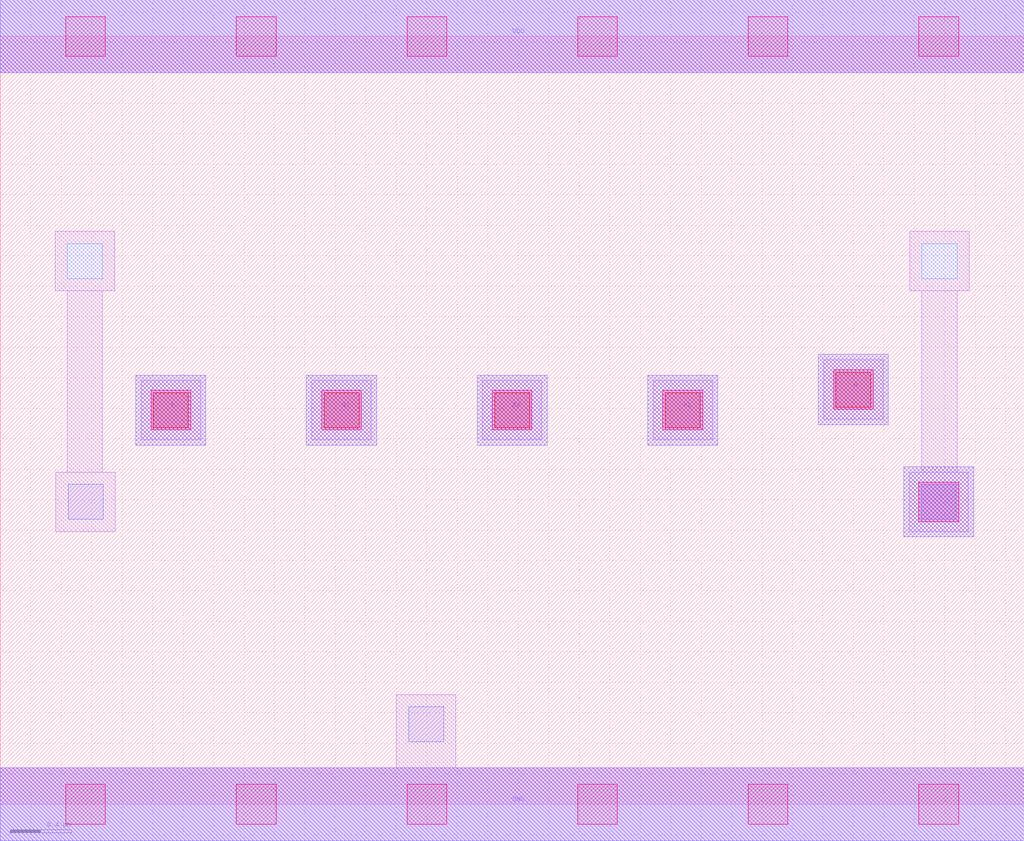
<source format=lef>
MACRO AAOI32
 CLASS CORE ;
 FOREIGN AAOI32 0 0 ;
 SIZE 6.72 BY 5.04 ;
 ORIGIN 0 0 ;
 SYMMETRY X Y R90 ;
 SITE unit ;
  PIN VDD
   DIRECTION INOUT ;
   USE POWER ;
   SHAPE ABUTMENT ;
    PORT
     CLASS CORE ;
       LAYER met1 ;
        RECT 0.00000000 4.80000000 6.72000000 5.28000000 ;
       LAYER met2 ;
        RECT 0.00000000 4.80000000 6.72000000 5.28000000 ;
    END
  END VDD

  PIN GND
   DIRECTION INOUT ;
   USE POWER ;
   SHAPE ABUTMENT ;
    PORT
     CLASS CORE ;
       LAYER met1 ;
        RECT 0.00000000 -0.24000000 6.72000000 0.24000000 ;
       LAYER met2 ;
        RECT 0.00000000 -0.24000000 6.72000000 0.24000000 ;
    END
  END GND

  PIN Y
   DIRECTION INOUT ;
   USE SIGNAL ;
   SHAPE ABUTMENT ;
    PORT
     CLASS CORE ;
       LAYER met2 ;
        RECT 5.93000000 1.75500000 6.39000000 2.21500000 ;
    END
  END Y

  PIN B
   DIRECTION INOUT ;
   USE SIGNAL ;
   SHAPE ABUTMENT ;
    PORT
     CLASS CORE ;
       LAYER met2 ;
        RECT 0.89000000 2.35700000 1.35000000 2.81700000 ;
    END
  END B

  PIN B1
   DIRECTION INOUT ;
   USE SIGNAL ;
   SHAPE ABUTMENT ;
    PORT
     CLASS CORE ;
       LAYER met2 ;
        RECT 2.01000000 2.35700000 2.47000000 2.81700000 ;
    END
  END B1

  PIN A1
   DIRECTION INOUT ;
   USE SIGNAL ;
   SHAPE ABUTMENT ;
    PORT
     CLASS CORE ;
       LAYER met2 ;
        RECT 4.25000000 2.35700000 4.71000000 2.81700000 ;
    END
  END A1

  PIN A
   DIRECTION INOUT ;
   USE SIGNAL ;
   SHAPE ABUTMENT ;
    PORT
     CLASS CORE ;
       LAYER met2 ;
        RECT 5.37000000 2.49200000 5.83000000 2.95200000 ;
    END
  END A

  PIN A2
   DIRECTION INOUT ;
   USE SIGNAL ;
   SHAPE ABUTMENT ;
    PORT
     CLASS CORE ;
       LAYER met2 ;
        RECT 3.13000000 2.35700000 3.59000000 2.81700000 ;
    END
  END A2

 OBS
    LAYER polycont ;
     RECT 1.00500000 2.47200000 1.23500000 2.70200000 ;
     RECT 2.12500000 2.47200000 2.35500000 2.70200000 ;
     RECT 3.24500000 2.47200000 3.47500000 2.70200000 ;
     RECT 4.36500000 2.47200000 4.59500000 2.70200000 ;
     RECT 5.48500000 2.60700000 5.71500000 2.83700000 ;

    LAYER pdiffc ;
     RECT 0.44000000 3.45000000 0.67000000 3.68000000 ;
     RECT 6.05000000 3.45000000 6.28000000 3.68000000 ;

    LAYER ndiffc ;
     RECT 2.68000000 0.41000000 2.91000000 0.64000000 ;
     RECT 0.44500000 1.87000000 0.67500000 2.10000000 ;
     RECT 6.04500000 1.87000000 6.27500000 2.10000000 ;

    LAYER met1 ;
     RECT 0.00000000 -0.24000000 6.72000000 0.24000000 ;
     RECT 2.60000000 0.24000000 2.99000000 0.72000000 ;
     RECT 0.92500000 2.39200000 1.31500000 2.78200000 ;
     RECT 2.04500000 2.39200000 2.43500000 2.78200000 ;
     RECT 3.16500000 2.39200000 3.55500000 2.78200000 ;
     RECT 4.28500000 2.39200000 4.67500000 2.78200000 ;
     RECT 5.40500000 2.52700000 5.79500000 2.91700000 ;
     RECT 0.36500000 1.79000000 0.75500000 2.18000000 ;
     RECT 0.44000000 2.18000000 0.67000000 3.37000000 ;
     RECT 0.36000000 3.37000000 0.75000000 3.76000000 ;
     RECT 5.96500000 1.79000000 6.35500000 2.18000000 ;
     RECT 6.05000000 2.18000000 6.28000000 3.37000000 ;
     RECT 5.97000000 3.37000000 6.36000000 3.76000000 ;
     RECT 0.00000000 4.80000000 6.72000000 5.28000000 ;

    LAYER via1 ;
     RECT 0.43000000 -0.13000000 0.69000000 0.13000000 ;
     RECT 1.55000000 -0.13000000 1.81000000 0.13000000 ;
     RECT 2.67000000 -0.13000000 2.93000000 0.13000000 ;
     RECT 3.79000000 -0.13000000 4.05000000 0.13000000 ;
     RECT 4.91000000 -0.13000000 5.17000000 0.13000000 ;
     RECT 6.03000000 -0.13000000 6.29000000 0.13000000 ;
     RECT 6.03000000 1.85500000 6.29000000 2.11500000 ;
     RECT 0.99000000 2.45700000 1.25000000 2.71700000 ;
     RECT 2.11000000 2.45700000 2.37000000 2.71700000 ;
     RECT 3.23000000 2.45700000 3.49000000 2.71700000 ;
     RECT 4.35000000 2.45700000 4.61000000 2.71700000 ;
     RECT 5.47000000 2.59200000 5.73000000 2.85200000 ;
     RECT 0.43000000 4.91000000 0.69000000 5.17000000 ;
     RECT 1.55000000 4.91000000 1.81000000 5.17000000 ;
     RECT 2.67000000 4.91000000 2.93000000 5.17000000 ;
     RECT 3.79000000 4.91000000 4.05000000 5.17000000 ;
     RECT 4.91000000 4.91000000 5.17000000 5.17000000 ;
     RECT 6.03000000 4.91000000 6.29000000 5.17000000 ;

    LAYER met2 ;
     RECT 0.00000000 -0.24000000 6.72000000 0.24000000 ;
     RECT 5.93000000 1.75500000 6.39000000 2.21500000 ;
     RECT 0.89000000 2.35700000 1.35000000 2.81700000 ;
     RECT 2.01000000 2.35700000 2.47000000 2.81700000 ;
     RECT 3.13000000 2.35700000 3.59000000 2.81700000 ;
     RECT 4.25000000 2.35700000 4.71000000 2.81700000 ;
     RECT 5.37000000 2.49200000 5.83000000 2.95200000 ;
     RECT 0.00000000 4.80000000 6.72000000 5.28000000 ;

 END
END AAOI32

</source>
